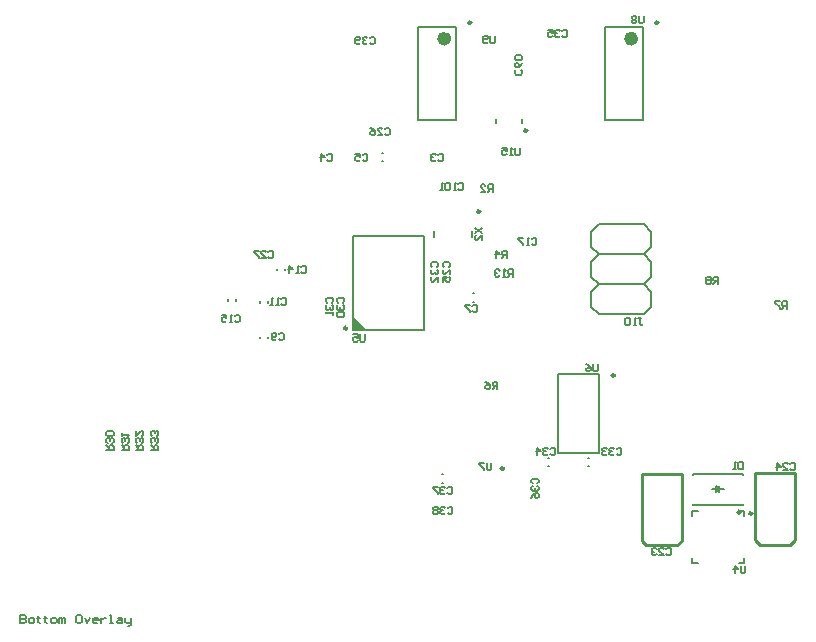
<source format=gbo>
%FSTAX25Y25*%
%MOIN*%
G70*
G01*
G75*
G04 Layer_Color=32896*
%ADD10O,0.07087X0.01181*%
%ADD11O,0.01181X0.07087*%
%ADD12O,0.07284X0.01378*%
%ADD13R,0.08071X0.02756*%
%ADD14R,0.01772X0.02165*%
%ADD15R,0.03150X0.03150*%
%ADD16R,0.01575X0.02559*%
%ADD17R,0.02992X0.06299*%
%ADD18R,0.07874X0.06299*%
%ADD19R,0.02047X0.02047*%
%ADD20R,0.02047X0.02047*%
%ADD21R,0.03543X0.02756*%
%ADD22R,0.02756X0.03543*%
%ADD23R,0.02165X0.01772*%
%ADD24C,0.01000*%
%ADD25C,0.00500*%
%ADD26C,0.03000*%
%ADD27C,0.00700*%
%ADD28C,0.02000*%
%ADD29C,0.00669*%
%ADD30C,0.00591*%
%ADD31R,0.25197X0.25197*%
%ADD32C,0.06000*%
%ADD33P,0.12784X8X202.5*%
%ADD34P,0.12784X8X292.5*%
%ADD35C,0.05906*%
%ADD36R,0.05906X0.05906*%
%ADD37R,0.05906X0.05906*%
%ADD38P,0.06711X8X292.5*%
%ADD39O,0.05600X0.11200*%
%ADD40C,0.12600*%
%ADD41C,0.01969*%
%ADD42C,0.01600*%
%ADD43C,0.05000*%
%ADD44C,0.01595*%
%ADD45C,0.02800*%
%ADD46C,0.04000*%
%ADD47R,0.70200X0.25400*%
%ADD48C,0.07550*%
%ADD49O,0.08724X0.11087*%
%ADD50O,0.11087X0.08724*%
%ADD51C,0.07543*%
G04:AMPARAMS|DCode=52|XSize=95.433mil|YSize=95.433mil|CornerRadius=0mil|HoleSize=0mil|Usage=FLASHONLY|Rotation=0.000|XOffset=0mil|YOffset=0mil|HoleType=Round|Shape=Relief|Width=10mil|Gap=10mil|Entries=4|*
%AMTHD52*
7,0,0,0.09543,0.07543,0.01000,45*
%
%ADD52THD52*%
%ADD53C,0.07800*%
%ADD54C,0.07400*%
G04:AMPARAMS|DCode=55|XSize=95.5mil|YSize=95.5mil|CornerRadius=0mil|HoleSize=0mil|Usage=FLASHONLY|Rotation=0.000|XOffset=0mil|YOffset=0mil|HoleType=Round|Shape=Relief|Width=10mil|Gap=10mil|Entries=4|*
%AMTHD55*
7,0,0,0.09550,0.07550,0.01000,45*
%
%ADD55THD55*%
%ADD56C,0.16600*%
%ADD57C,0.06800*%
G04:AMPARAMS|DCode=58|XSize=70mil|YSize=70mil|CornerRadius=0mil|HoleSize=0mil|Usage=FLASHONLY|Rotation=0.000|XOffset=0mil|YOffset=0mil|HoleType=Round|Shape=Relief|Width=10mil|Gap=10mil|Entries=4|*
%AMTHD58*
7,0,0,0.07000,0.05000,0.01000,45*
%
%ADD58THD58*%
%ADD59C,0.05600*%
%AMTHOVALD60*
21,1,0.02362,0.10724,0,0,270.0*
1,1,0.10724,0.00000,0.01181*
1,1,0.10724,0.00000,-0.01181*
21,0,0.02362,0.08724,0,0,270.0*
1,0,0.08724,0.00000,0.01181*
1,0,0.08724,0.00000,-0.01181*
4,0,4,-0.00354,0.00828,-0.04145,0.04619,-0.03438,0.05326,0.00354,0.01535,-0.00354,0.00828,0.0*
4,0,4,-0.00354,-0.01535,0.03438,-0.05326,0.04145,-0.04619,0.00354,-0.00828,-0.00354,-0.01535,0.0*
4,0,4,-0.00354,0.01535,0.03438,0.05326,0.04145,0.04619,0.00354,0.00828,-0.00354,0.01535,0.0*
4,0,4,-0.00354,-0.00828,-0.04145,-0.04619,-0.03438,-0.05326,0.00354,-0.01535,-0.00354,-0.00828,0.0*
%
%ADD60THOVALD60*%

%AMTHOVALD61*
21,1,0.02362,0.10724,0,0,360.0*
1,1,0.10724,-0.01181,0.00000*
1,1,0.10724,0.01181,0.00000*
21,0,0.02362,0.08724,0,0,360.0*
1,0,0.08724,-0.01181,0.00000*
1,0,0.08724,0.01181,0.00000*
4,0,4,-0.00828,-0.00354,-0.04619,-0.04145,-0.05326,-0.03438,-0.01535,0.00354,-0.00828,-0.00354,0.0*
4,0,4,0.01535,-0.00354,0.05326,0.03438,0.04619,0.04145,0.00828,0.00354,0.01535,-0.00354,0.0*
4,0,4,-0.01535,-0.00354,-0.05326,0.03438,-0.04619,0.04145,-0.00828,0.00354,-0.01535,-0.00354,0.0*
4,0,4,0.00828,-0.00354,0.04619,-0.04145,0.05326,-0.03438,0.01535,0.00354,0.00828,-0.00354,0.0*
%
%ADD61THOVALD61*%

G04:AMPARAMS|DCode=62|XSize=98mil|YSize=98mil|CornerRadius=0mil|HoleSize=0mil|Usage=FLASHONLY|Rotation=0.000|XOffset=0mil|YOffset=0mil|HoleType=Round|Shape=Relief|Width=10mil|Gap=10mil|Entries=4|*
%AMTHD62*
7,0,0,0.09800,0.07800,0.01000,45*
%
%ADD62THD62*%
G04:AMPARAMS|DCode=63|XSize=94mil|YSize=94mil|CornerRadius=0mil|HoleSize=0mil|Usage=FLASHONLY|Rotation=0.000|XOffset=0mil|YOffset=0mil|HoleType=Round|Shape=Relief|Width=10mil|Gap=10mil|Entries=4|*
%AMTHD63*
7,0,0,0.09400,0.07400,0.01000,45*
%
%ADD63THD63*%
G04:AMPARAMS|DCode=64|XSize=88mil|YSize=88mil|CornerRadius=0mil|HoleSize=0mil|Usage=FLASHONLY|Rotation=0.000|XOffset=0mil|YOffset=0mil|HoleType=Round|Shape=Relief|Width=10mil|Gap=10mil|Entries=4|*
%AMTHD64*
7,0,0,0.08800,0.06800,0.01000,45*
%
%ADD64THD64*%
G04:AMPARAMS|DCode=65|XSize=76mil|YSize=76mil|CornerRadius=0mil|HoleSize=0mil|Usage=FLASHONLY|Rotation=0.000|XOffset=0mil|YOffset=0mil|HoleType=Round|Shape=Relief|Width=10mil|Gap=10mil|Entries=4|*
%AMTHD65*
7,0,0,0.07600,0.05600,0.01000,45*
%
%ADD65THD65*%
%ADD66R,0.06102X0.01378*%
%ADD67O,0.01378X0.04724*%
%ADD68R,0.07480X0.12205*%
%ADD69R,0.07480X0.03150*%
%ADD70R,0.06299X0.02559*%
%ADD71R,0.01969X0.01181*%
%ADD72R,0.08661X0.11811*%
%ADD73C,0.01181*%
%ADD74R,0.03543X0.04724*%
%ADD75R,0.06693X0.06614*%
%ADD76R,0.08661X0.07874*%
%ADD77C,0.05000*%
%ADD78C,0.01500*%
%ADD79C,0.01300*%
%ADD80C,0.00984*%
%ADD81C,0.02362*%
%ADD82C,0.02165*%
%ADD83C,0.00787*%
%ADD84C,0.00600*%
%ADD85C,0.01200*%
%ADD86R,0.03937X0.02953*%
%ADD87O,0.07487X0.01581*%
%ADD88O,0.01581X0.07487*%
%ADD89O,0.07684X0.01778*%
%ADD90R,0.08471X0.03156*%
%ADD91R,0.02172X0.02565*%
%ADD92R,0.03550X0.03550*%
%ADD93R,0.01975X0.02959*%
%ADD94R,0.03392X0.06699*%
%ADD95R,0.08274X0.06699*%
%ADD96R,0.02447X0.02447*%
%ADD97R,0.02447X0.02447*%
%ADD98R,0.03943X0.03156*%
%ADD99R,0.03156X0.03943*%
%ADD100R,0.02565X0.02172*%
%ADD101O,0.07287X0.01381*%
%ADD102O,0.01381X0.07287*%
%ADD103O,0.07484X0.01578*%
%ADD104R,0.08271X0.02956*%
%ADD105R,0.01972X0.02365*%
%ADD106R,0.03350X0.03350*%
%ADD107R,0.01775X0.02759*%
%ADD108R,0.03192X0.06499*%
%ADD109R,0.08074X0.06499*%
%ADD110R,0.02247X0.02247*%
%ADD111R,0.02247X0.02247*%
%ADD112R,0.03743X0.02956*%
%ADD113R,0.02956X0.03743*%
%ADD114R,0.02365X0.01972*%
%ADD115C,0.06200*%
%ADD116P,0.13001X8X202.5*%
%ADD117P,0.13001X8X292.5*%
%ADD118C,0.06106*%
%ADD119R,0.06106X0.06106*%
%ADD120R,0.06106X0.06106*%
%ADD121P,0.06927X8X292.5*%
%ADD122O,0.05800X0.11400*%
%ADD123C,0.12800*%
%ADD124C,0.02169*%
%ADD125C,0.01800*%
%ADD126C,0.05200*%
%ADD127C,0.03000*%
%ADD128R,0.06654X0.01929*%
%ADD129O,0.01578X0.04924*%
%ADD130R,0.07680X0.12405*%
%ADD131R,0.07680X0.03350*%
%ADD132R,0.06499X0.02759*%
%ADD133R,0.02369X0.01581*%
%ADD134R,0.09061X0.12211*%
%ADD135C,0.01381*%
%ADD136R,0.03743X0.04924*%
%ADD137R,0.06893X0.06814*%
%ADD138R,0.08861X0.08074*%
%ADD139R,0.03347X0.04921*%
%ADD140R,0.01969X0.01181*%
%ADD141R,0.06502X0.01778*%
%ADD142O,0.01778X0.05124*%
%ADD143R,0.07880X0.12605*%
%ADD144R,0.07880X0.03550*%
%ADD145R,0.06699X0.02959*%
%ADD146C,0.01581*%
%ADD147R,0.03943X0.05124*%
%ADD148R,0.07093X0.07014*%
%ADD149R,0.09061X0.08274*%
G36*
X0214773Y0189652D02*
X0210836D01*
Y0193589D01*
X0214773Y0189652D01*
D02*
G37*
D24*
X0320493Y0119464D02*
Y0141708D01*
X0307107Y0119464D02*
Y0141708D01*
X0320493D01*
X0308682Y0117889D02*
X0318918D01*
X0307107Y0119464D02*
X0308682Y0117889D01*
X0318918D02*
X0320493Y0119464D01*
X0358293Y0119664D02*
Y0141908D01*
X0344907Y0119664D02*
Y0141908D01*
X0358293D01*
X0346482Y0118089D02*
X0356718D01*
X0344907Y0119664D02*
X0346482Y0118089D01*
X0356718D02*
X0358293Y0119664D01*
D25*
X03331Y01356D02*
Y01376D01*
X03321D02*
X03331Y01366D01*
X03321Y01356D02*
Y01376D01*
Y01356D02*
X03331Y01366D01*
X03326Y01361D02*
X03331Y01366D01*
X03326Y01361D02*
Y01371D01*
X03331Y01366D01*
X03306D02*
X03346D01*
X0307776Y0294328D02*
Y0292329D01*
X0307376Y0291929D01*
X0306576D01*
X0306176Y0292329D01*
Y0294328D01*
X0305376Y0293929D02*
X0304977Y0294328D01*
X0304177D01*
X0303777Y0293929D01*
Y0293529D01*
X0304177Y0293129D01*
X0303777Y0292729D01*
Y0292329D01*
X0304177Y0291929D01*
X0304977D01*
X0305376Y0292329D01*
Y0292729D01*
X0304977Y0293129D01*
X0305376Y0293529D01*
Y0293929D01*
X0304977Y0293129D02*
X0304177D01*
X0266535Y0250431D02*
Y0248431D01*
X0266136Y0248031D01*
X0265336D01*
X0264936Y0248431D01*
Y0250431D01*
X0264136Y0248031D02*
X0263336D01*
X0263736D01*
Y0250431D01*
X0264136Y0250031D01*
X0260537Y0250431D02*
X0262137D01*
Y0249231D01*
X0261337Y0249631D01*
X0260937D01*
X0260537Y0249231D01*
Y0248431D01*
X0260937Y0248031D01*
X0261737D01*
X0262137Y0248431D01*
X029252Y0178384D02*
Y0176384D01*
X029212Y0175984D01*
X029132D01*
X029092Y0176384D01*
Y0178384D01*
X0288521D02*
X0289321Y0177984D01*
X0290121Y0177184D01*
Y0176384D01*
X0289721Y0175984D01*
X0288921D01*
X0288521Y0176384D01*
Y0176784D01*
X0288921Y0177184D01*
X0290121D01*
X0257087Y0145313D02*
Y0143313D01*
X0256687Y0142913D01*
X0255887D01*
X0255487Y0143313D01*
Y0145313D01*
X0254687D02*
X0253088D01*
Y0144913D01*
X0254687Y0143313D01*
Y0142913D01*
X0341732Y0111061D02*
Y0109061D01*
X0341332Y0108661D01*
X0340533D01*
X0340133Y0109061D01*
Y0111061D01*
X0338133Y0108661D02*
Y0111061D01*
X0339333Y0109861D01*
X0337734D01*
X0214961Y0188226D02*
Y0186227D01*
X0214561Y0185827D01*
X0213761D01*
X0213361Y0186227D01*
Y0188226D01*
X0210962D02*
X0212561D01*
Y0187026D01*
X0211762Y0187426D01*
X0211362D01*
X0210962Y0187026D01*
Y0186227D01*
X0211362Y0185827D01*
X0212161D01*
X0212561Y0186227D01*
X0251538Y0223622D02*
X0253937Y0222023D01*
X0251538D02*
X0253937Y0223622D01*
Y0219623D02*
Y0221223D01*
X0252338Y0219623D01*
X0251938D01*
X0251538Y0220023D01*
Y0220823D01*
X0251938Y0221223D01*
X0340945Y0145706D02*
Y0143307D01*
X0339745D01*
X0339345Y0143707D01*
Y0145306D01*
X0339745Y0145706D01*
X0340945D01*
X0338546Y0143307D02*
X0337746D01*
X0338146D01*
Y0145706D01*
X0338546Y0145306D01*
X0242394Y0137069D02*
X0242794Y0137469D01*
X0243594D01*
X0243994Y0137069D01*
Y0135469D01*
X0243594Y0135069D01*
X0242794D01*
X0242394Y0135469D01*
X0241595Y0137069D02*
X0241195Y0137469D01*
X0240395D01*
X0239995Y0137069D01*
Y0136669D01*
X0240395Y0136269D01*
X0240795D01*
X0240395D01*
X0239995Y0135869D01*
Y0135469D01*
X0240395Y0135069D01*
X0241195D01*
X0241595Y0135469D01*
X0239195Y0137469D02*
X0237596D01*
Y0137069D01*
X0239195Y0135469D01*
Y0135069D01*
X026696Y0276403D02*
X026736Y0276003D01*
Y0275203D01*
X026696Y0274803D01*
X026536D01*
X0264961Y0275203D01*
Y0276003D01*
X026536Y0276403D01*
X026736Y0278802D02*
X026696Y0278002D01*
X026616Y0277202D01*
X026536D01*
X0264961Y0277602D01*
Y0278402D01*
X026536Y0278802D01*
X026576D01*
X026616Y0278402D01*
Y0277202D01*
X026696Y0279602D02*
X026736Y0280001D01*
Y0280801D01*
X026696Y0281201D01*
X026536D01*
X0264961Y0280801D01*
Y0280001D01*
X026536Y0279602D01*
X026696D01*
X0242495Y0130346D02*
X0242895Y0130746D01*
X0243695D01*
X0244094Y0130346D01*
Y0128746D01*
X0243695Y0128347D01*
X0242895D01*
X0242495Y0128746D01*
X0241695Y0130346D02*
X0241295Y0130746D01*
X0240496D01*
X0240096Y0130346D01*
Y0129946D01*
X0240496Y0129546D01*
X0240896D01*
X0240496D01*
X0240096Y0129146D01*
Y0128746D01*
X0240496Y0128347D01*
X0241295D01*
X0241695Y0128746D01*
X0239296Y0130346D02*
X0238896Y0130746D01*
X0238096D01*
X0237697Y0130346D01*
Y0129946D01*
X0238096Y0129546D01*
X0237697Y0129146D01*
Y0128746D01*
X0238096Y0128347D01*
X0238896D01*
X0239296Y0128746D01*
Y0129146D01*
X0238896Y0129546D01*
X0239296Y0129946D01*
Y0130346D01*
X0238896Y0129546D02*
X0238096D01*
X031533Y0116566D02*
X0315729Y0116966D01*
X0316529D01*
X0316929Y0116566D01*
Y0114967D01*
X0316529Y0114567D01*
X0315729D01*
X031533Y0114967D01*
X031293Y0114567D02*
X031453D01*
X031293Y0116166D01*
Y0116566D01*
X031333Y0116966D01*
X031413D01*
X031453Y0116566D01*
X0312131D02*
X0311731Y0116966D01*
X0310931D01*
X0310531Y0116566D01*
Y0116166D01*
X0310931Y0115767D01*
X0311331D01*
X0310931D01*
X0310531Y0115367D01*
Y0114967D01*
X0310931Y0114567D01*
X0311731D01*
X0312131Y0114967D01*
X0306078Y0193738D02*
X0306877D01*
X0306478D01*
Y0191738D01*
X0306877Y0191339D01*
X0307277D01*
X0307677Y0191738D01*
X0305278Y0191339D02*
X0304478D01*
X0304878D01*
Y0193738D01*
X0305278Y0193338D01*
X0303279D02*
X0302879Y0193738D01*
X0302079D01*
X0301679Y0193338D01*
Y0191738D01*
X0302079Y0191339D01*
X0302879D01*
X0303279Y0191738D01*
Y0193338D01*
X0258268Y0287832D02*
Y0285833D01*
X0257868Y0285433D01*
X0257068D01*
X0256668Y0285833D01*
Y0287832D01*
X0255869Y0285833D02*
X0255469Y0285433D01*
X0254669D01*
X0254269Y0285833D01*
Y0287432D01*
X0254669Y0287832D01*
X0255469D01*
X0255869Y0287432D01*
Y0287033D01*
X0255469Y0286633D01*
X0254269D01*
X0216511Y0287039D02*
X0216911Y0287439D01*
X021771D01*
X021811Y0287039D01*
Y0285439D01*
X021771Y0285039D01*
X0216911D01*
X0216511Y0285439D01*
X0215711Y0287039D02*
X0215311Y0287439D01*
X0214511D01*
X0214111Y0287039D01*
Y0286639D01*
X0214511Y0286239D01*
X0214911D01*
X0214511D01*
X0214111Y0285839D01*
Y0285439D01*
X0214511Y0285039D01*
X0215311D01*
X0215711Y0285439D01*
X0213312D02*
X0212912Y0285039D01*
X0212112D01*
X0211712Y0285439D01*
Y0287039D01*
X0212112Y0287439D01*
X0212912D01*
X0213312Y0287039D01*
Y0286639D01*
X0212912Y0286239D01*
X0211712D01*
X0280684Y0289401D02*
X0281084Y0289801D01*
X0281884D01*
X0282283Y0289401D01*
Y0287801D01*
X0281884Y0287402D01*
X0281084D01*
X0280684Y0287801D01*
X0279884Y0289401D02*
X0279484Y0289801D01*
X0278685D01*
X0278285Y0289401D01*
Y0289001D01*
X0278685Y0288601D01*
X0279084D01*
X0278685D01*
X0278285Y0288201D01*
Y0287801D01*
X0278685Y0287402D01*
X0279484D01*
X0279884Y0287801D01*
X0275886Y0289801D02*
X0277485D01*
Y0288601D01*
X0276685Y0289001D01*
X0276285D01*
X0275886Y0288601D01*
Y0287801D01*
X0276285Y0287402D01*
X0277085D01*
X0277485Y0287801D01*
X0143701Y0149606D02*
X01461D01*
Y0150806D01*
X01457Y0151206D01*
X01449D01*
X0144501Y0150806D01*
Y0149606D01*
Y0150406D02*
X0143701Y0151206D01*
X01457Y0152006D02*
X01461Y0152405D01*
Y0153205D01*
X01457Y0153605D01*
X01453D01*
X01449Y0153205D01*
Y0152805D01*
Y0153205D01*
X0144501Y0153605D01*
X0144101D01*
X0143701Y0153205D01*
Y0152405D01*
X0144101Y0152006D01*
X01457Y0154405D02*
X01461Y0154805D01*
Y0155604D01*
X01457Y0156004D01*
X01453D01*
X01449Y0155604D01*
Y0155204D01*
Y0155604D01*
X0144501Y0156004D01*
X0144101D01*
X0143701Y0155604D01*
Y0154805D01*
X0144101Y0154405D01*
X0138583Y0149606D02*
X0140982D01*
Y0150806D01*
X0140582Y0151206D01*
X0139782D01*
X0139382Y0150806D01*
Y0149606D01*
Y0150406D02*
X0138583Y0151206D01*
X0140582Y0152006D02*
X0140982Y0152405D01*
Y0153205D01*
X0140582Y0153605D01*
X0140182D01*
X0139782Y0153205D01*
Y0152805D01*
Y0153205D01*
X0139382Y0153605D01*
X0138982D01*
X0138583Y0153205D01*
Y0152405D01*
X0138982Y0152006D01*
X0138583Y0156004D02*
Y0154405D01*
X0140182Y0156004D01*
X0140582D01*
X0140982Y0155604D01*
Y0154805D01*
X0140582Y0154405D01*
X0133858Y0149606D02*
X0136258D01*
Y0150806D01*
X0135858Y0151206D01*
X0135058D01*
X0134658Y0150806D01*
Y0149606D01*
Y0150406D02*
X0133858Y0151206D01*
X0135858Y0152006D02*
X0136258Y0152405D01*
Y0153205D01*
X0135858Y0153605D01*
X0135458D01*
X0135058Y0153205D01*
Y0152805D01*
Y0153205D01*
X0134658Y0153605D01*
X0134258D01*
X0133858Y0153205D01*
Y0152405D01*
X0134258Y0152006D01*
X0133858Y0154405D02*
Y0155204D01*
Y0154805D01*
X0136258D01*
X0135858Y0154405D01*
X012874Y0149606D02*
X0131139D01*
Y0150806D01*
X0130739Y0151206D01*
X012994D01*
X012954Y0150806D01*
Y0149606D01*
Y0150406D02*
X012874Y0151206D01*
X0130739Y0152006D02*
X0131139Y0152405D01*
Y0153205D01*
X0130739Y0153605D01*
X013034D01*
X012994Y0153205D01*
Y0152805D01*
Y0153205D01*
X012954Y0153605D01*
X012914D01*
X012874Y0153205D01*
Y0152405D01*
X012914Y0152006D01*
X0130739Y0154405D02*
X0131139Y0154805D01*
Y0155604D01*
X0130739Y0156004D01*
X012914D01*
X012874Y0155604D01*
Y0154805D01*
X012914Y0154405D01*
X0130739D01*
X0276747Y0150031D02*
X0277147Y0150431D01*
X0277947D01*
X0278346Y0150031D01*
Y0148431D01*
X0277947Y0148031D01*
X0277147D01*
X0276747Y0148431D01*
X0275947Y0150031D02*
X0275547Y0150431D01*
X0274748D01*
X0274348Y0150031D01*
Y0149631D01*
X0274748Y0149231D01*
X0275148D01*
X0274748D01*
X0274348Y0148831D01*
Y0148431D01*
X0274748Y0148031D01*
X0275547D01*
X0275947Y0148431D01*
X0272348Y0148031D02*
Y0150431D01*
X0273548Y0149231D01*
X0271949D01*
X0298794Y0150031D02*
X0299194Y0150431D01*
X0299994D01*
X0300394Y0150031D01*
Y0148431D01*
X0299994Y0148031D01*
X0299194D01*
X0298794Y0148431D01*
X0297994Y0150031D02*
X0297595Y0150431D01*
X0296795D01*
X0296395Y0150031D01*
Y0149631D01*
X0296795Y0149231D01*
X0297195D01*
X0296795D01*
X0296395Y0148831D01*
Y0148431D01*
X0296795Y0148031D01*
X0297595D01*
X0297994Y0148431D01*
X0295595Y0150031D02*
X0295195Y0150431D01*
X0294396D01*
X0293996Y0150031D01*
Y0149631D01*
X0294396Y0149231D01*
X0294795D01*
X0294396D01*
X0293996Y0148831D01*
Y0148431D01*
X0294396Y0148031D01*
X0295195D01*
X0295595Y0148431D01*
X0237371Y0210605D02*
X0236971Y0211005D01*
Y0211805D01*
X0237371Y0212205D01*
X023897D01*
X023937Y0211805D01*
Y0211005D01*
X023897Y0210605D01*
X0237371Y0209805D02*
X0236971Y0209406D01*
Y0208606D01*
X0237371Y0208206D01*
X0237771D01*
X0238171Y0208606D01*
Y0209006D01*
Y0208606D01*
X023857Y0208206D01*
X023897D01*
X023937Y0208606D01*
Y0209406D01*
X023897Y0209805D01*
X023937Y0205807D02*
Y0207406D01*
X0237771Y0205807D01*
X0237371D01*
X0236971Y0206207D01*
Y0207006D01*
X0237371Y0207406D01*
X0202331Y0198794D02*
X0201932Y0199194D01*
Y0199994D01*
X0202331Y0200394D01*
X0203931D01*
X0204331Y0199994D01*
Y0199194D01*
X0203931Y0198794D01*
X0202331Y0197994D02*
X0201932Y0197595D01*
Y0196795D01*
X0202331Y0196395D01*
X0202731D01*
X0203131Y0196795D01*
Y0197195D01*
Y0196795D01*
X0203531Y0196395D01*
X0203931D01*
X0204331Y0196795D01*
Y0197595D01*
X0203931Y0197994D01*
X0204331Y0195595D02*
Y0194796D01*
Y0195195D01*
X0201932D01*
X0202331Y0195595D01*
X0205875Y0198794D02*
X0205475Y0199194D01*
Y0199994D01*
X0205875Y0200394D01*
X0207474D01*
X0207874Y0199994D01*
Y0199194D01*
X0207474Y0198794D01*
X0205875Y0197994D02*
X0205475Y0197595D01*
Y0196795D01*
X0205875Y0196395D01*
X0206275D01*
X0206674Y0196795D01*
Y0197195D01*
Y0196795D01*
X0207074Y0196395D01*
X0207474D01*
X0207874Y0196795D01*
Y0197595D01*
X0207474Y0197994D01*
X0205875Y0195595D02*
X0205475Y0195195D01*
Y0194396D01*
X0205875Y0193996D01*
X0207474D01*
X0207874Y0194396D01*
Y0195195D01*
X0207474Y0195595D01*
X0205875D01*
X0241308Y0210605D02*
X0240908Y0211005D01*
Y0211805D01*
X0241308Y0212205D01*
X0242907D01*
X0243307Y0211805D01*
Y0211005D01*
X0242907Y0210605D01*
X0243307Y0208206D02*
Y0209805D01*
X0241708Y0208206D01*
X0241308D01*
X0240908Y0208606D01*
Y0209406D01*
X0241308Y0209805D01*
X0240908Y0205807D02*
Y0207406D01*
X0242108D01*
X0241708Y0206607D01*
Y0206207D01*
X0242108Y0205807D01*
X0242907D01*
X0243307Y0206207D01*
Y0207006D01*
X0242907Y0207406D01*
X0332677Y0205118D02*
Y0207517D01*
X0331478D01*
X0331078Y0207118D01*
Y0206318D01*
X0331478Y0205918D01*
X0332677D01*
X0331877D02*
X0331078Y0205118D01*
X0330278Y0207118D02*
X0329878Y0207517D01*
X0329078D01*
X0328678Y0207118D01*
Y0206718D01*
X0329078Y0206318D01*
X0328678Y0205918D01*
Y0205518D01*
X0329078Y0205118D01*
X0329878D01*
X0330278Y0205518D01*
Y0205918D01*
X0329878Y0206318D01*
X0330278Y0206718D01*
Y0207118D01*
X0329878Y0206318D02*
X0329078D01*
X0355512Y019685D02*
Y019925D01*
X0354312D01*
X0353912Y019885D01*
Y019805D01*
X0354312Y019765D01*
X0355512D01*
X0354712D02*
X0353912Y019685D01*
X0353113Y019925D02*
X0351513D01*
Y019885D01*
X0353113Y019725D01*
Y019685D01*
X0356668Y0144913D02*
X0357068Y0145313D01*
X0357868D01*
X0358268Y0144913D01*
Y0143313D01*
X0357868Y0142913D01*
X0357068D01*
X0356668Y0143313D01*
X0354269Y0142913D02*
X0355869D01*
X0354269Y0144513D01*
Y0144913D01*
X0354669Y0145313D01*
X0355469D01*
X0355869Y0144913D01*
X035227Y0142913D02*
Y0145313D01*
X0353469Y0144113D01*
X035187D01*
X02591Y01701D02*
Y0172499D01*
X02579D01*
X0257501Y0172099D01*
Y01713D01*
X02579Y01709D01*
X02591D01*
X02583D02*
X0257501Y01701D01*
X0255101Y0172499D02*
X0255901Y0172099D01*
X0256701Y01713D01*
Y01705D01*
X0256301Y01701D01*
X0255501D01*
X0255101Y01705D01*
Y01709D01*
X0255501Y01713D01*
X0256701D01*
X0262205Y0213779D02*
Y0216179D01*
X0261005D01*
X0260605Y0215779D01*
Y0214979D01*
X0261005Y0214579D01*
X0262205D01*
X0261405D02*
X0260605Y0213779D01*
X0258606D02*
Y0216179D01*
X0259805Y0214979D01*
X0258206D01*
X025748Y0235827D02*
Y0238226D01*
X0256281D01*
X0255881Y0237826D01*
Y0237026D01*
X0256281Y0236627D01*
X025748D01*
X0256681D02*
X0255881Y0235827D01*
X0253482D02*
X0255081D01*
X0253482Y0237426D01*
Y0237826D01*
X0253882Y0238226D01*
X0254681D01*
X0255081Y0237826D01*
X0182652Y0215779D02*
X0183052Y0216179D01*
X0183852D01*
X0184252Y0215779D01*
Y0214179D01*
X0183852Y0213779D01*
X0183052D01*
X0182652Y0214179D01*
X0180253Y0213779D02*
X0181853D01*
X0180253Y0215379D01*
Y0215779D01*
X0180653Y0216179D01*
X0181453D01*
X0181853Y0215779D01*
X0179454Y0216179D02*
X0177854D01*
Y0215779D01*
X0179454Y0214179D01*
Y0213779D01*
X022153Y0256724D02*
X022193Y0257124D01*
X022273D01*
X022313Y0256724D01*
Y0255124D01*
X022273Y0254724D01*
X022193D01*
X022153Y0255124D01*
X0219131Y0254724D02*
X0220731D01*
X0219131Y0256324D01*
Y0256724D01*
X0219531Y0257124D01*
X0220331D01*
X0220731Y0256724D01*
X0216732Y0257124D02*
X0217532Y0256724D01*
X0218332Y0255924D01*
Y0255124D01*
X0217932Y0254724D01*
X0217132D01*
X0216732Y0255124D01*
Y0255524D01*
X0217132Y0255924D01*
X0218332D01*
X0270448Y022011D02*
X0270848Y022051D01*
X0271647D01*
X0272047Y022011D01*
Y021851D01*
X0271647Y021811D01*
X0270848D01*
X0270448Y021851D01*
X0269648Y021811D02*
X0268848D01*
X0269248D01*
Y022051D01*
X0269648Y022011D01*
X0267649Y022051D02*
X0266049D01*
Y022011D01*
X0267649Y021851D01*
Y021811D01*
X017153Y0194322D02*
X017193Y0194722D01*
X017273D01*
X017313Y0194322D01*
Y0192723D01*
X017273Y0192323D01*
X017193D01*
X017153Y0192723D01*
X0170731Y0192323D02*
X0169931D01*
X0170331D01*
Y0194722D01*
X0170731Y0194322D01*
X0167132Y0194722D02*
X0168731D01*
Y0193522D01*
X0167932Y0193922D01*
X0167532D01*
X0167132Y0193522D01*
Y0192723D01*
X0167532Y0192323D01*
X0168332D01*
X0168731Y0192723D01*
X0193676Y0210661D02*
X0194076Y0211061D01*
X0194876D01*
X0195276Y0210661D01*
Y0209061D01*
X0194876Y0208661D01*
X0194076D01*
X0193676Y0209061D01*
X0192876Y0208661D02*
X0192077D01*
X0192476D01*
Y0211061D01*
X0192876Y0210661D01*
X0189677Y0208661D02*
Y0211061D01*
X0190877Y0209861D01*
X0189278D01*
X0186983Y0200031D02*
X0187383Y0200431D01*
X0188183D01*
X0188583Y0200031D01*
Y0198431D01*
X0188183Y0198031D01*
X0187383D01*
X0186983Y0198431D01*
X0186184Y0198031D02*
X0185384D01*
X0185784D01*
Y0200431D01*
X0186184Y0200031D01*
X0184184Y0198031D02*
X0183384D01*
X0183784D01*
Y0200431D01*
X0184184Y0200031D01*
X0186196Y018822D02*
X0186596Y018862D01*
X0187395D01*
X0187795Y018822D01*
Y018662D01*
X0187395Y0186221D01*
X0186596D01*
X0186196Y018662D01*
X0185396D02*
X0184996Y0186221D01*
X0184196D01*
X0183797Y018662D01*
Y018822D01*
X0184196Y018862D01*
X0184996D01*
X0185396Y018822D01*
Y018782D01*
X0184996Y018742D01*
X0183797D01*
X0250763Y0197669D02*
X0251163Y0198068D01*
X0251962D01*
X0252362Y0197669D01*
Y0196069D01*
X0251962Y0195669D01*
X0251163D01*
X0250763Y0196069D01*
X0249963Y0198068D02*
X0248363D01*
Y0197669D01*
X0249963Y0196069D01*
Y0195669D01*
X0214148Y0248062D02*
X0214548Y0248462D01*
X0215348D01*
X0215748Y0248062D01*
Y0246463D01*
X0215348Y0246063D01*
X0214548D01*
X0214148Y0246463D01*
X0211749Y0248462D02*
X0213349D01*
Y0247263D01*
X0212549Y0247662D01*
X0212149D01*
X0211749Y0247263D01*
Y0246463D01*
X0212149Y0246063D01*
X0212949D01*
X0213349Y0246463D01*
X0202338Y0248062D02*
X0202737Y0248462D01*
X0203537D01*
X0203937Y0248062D01*
Y0246463D01*
X0203537Y0246063D01*
X0202737D01*
X0202338Y0246463D01*
X0200338Y0246063D02*
Y0248462D01*
X0201538Y0247263D01*
X0199938D01*
X0239345Y0248062D02*
X0239745Y0248462D01*
X0240545D01*
X0240945Y0248062D01*
Y0246463D01*
X0240545Y0246063D01*
X0239745D01*
X0239345Y0246463D01*
X0238546Y0248062D02*
X0238146Y0248462D01*
X0237346D01*
X0236946Y0248062D01*
Y0247662D01*
X0237346Y0247263D01*
X0237746D01*
X0237346D01*
X0236946Y0246863D01*
Y0246463D01*
X0237346Y0246063D01*
X0238146D01*
X0238546Y0246463D01*
X0246038Y023822D02*
X0246438Y023862D01*
X0247238D01*
X0247638Y023822D01*
Y023662D01*
X0247238Y0236221D01*
X0246438D01*
X0246038Y023662D01*
X0245239Y0236221D02*
X0244439D01*
X0244839D01*
Y023862D01*
X0245239Y023822D01*
X0243239D02*
X0242839Y023862D01*
X024204D01*
X024164Y023822D01*
Y023662D01*
X024204Y0236221D01*
X0242839D01*
X0243239Y023662D01*
Y023822D01*
X024084Y0236221D02*
X024004D01*
X024044D01*
Y023862D01*
X024084Y023822D01*
X0264173Y020748D02*
Y0209879D01*
X0262974D01*
X0262574Y020948D01*
Y020868D01*
X0262974Y020828D01*
X0264173D01*
X0263373D02*
X0262574Y020748D01*
X0261774D02*
X0260974D01*
X0261374D01*
Y0209879D01*
X0261774Y020948D01*
X0259775D02*
X0259375Y0209879D01*
X0258575D01*
X0258175Y020948D01*
Y020908D01*
X0258575Y020868D01*
X0258975D01*
X0258575D01*
X0258175Y020828D01*
Y020788D01*
X0258575Y020748D01*
X0259375D01*
X0259775Y020788D01*
X0270835Y0138558D02*
X0270435Y0138958D01*
Y0139758D01*
X0270835Y0140157D01*
X0272435D01*
X0272835Y0139758D01*
Y0138958D01*
X0272435Y0138558D01*
X0270835Y0137758D02*
X0270435Y0137358D01*
Y0136559D01*
X0270835Y0136159D01*
X0271235D01*
X0271635Y0136559D01*
Y0136959D01*
Y0136559D01*
X0272035Y0136159D01*
X0272435D01*
X0272835Y0136559D01*
Y0137358D01*
X0272435Y0137758D01*
X0270435Y013376D02*
X0270835Y0134559D01*
X0271635Y0135359D01*
X0272435D01*
X0272835Y0134959D01*
Y0134159D01*
X0272435Y013376D01*
X0272035D01*
X0271635Y0134159D01*
Y0135359D01*
X01Y0094768D02*
Y0091969D01*
X01014D01*
X0101866Y0092435D01*
Y0092901D01*
X01014Y0093368D01*
X01D01*
X01014D01*
X0101866Y0093835D01*
Y0094301D01*
X01014Y0094768D01*
X01D01*
X0103266Y0091969D02*
X0104199D01*
X0104665Y0092435D01*
Y0093368D01*
X0104199Y0093835D01*
X0103266D01*
X0102799Y0093368D01*
Y0092435D01*
X0103266Y0091969D01*
X0106065Y0094301D02*
Y0093835D01*
X0105598D01*
X0106531D01*
X0106065D01*
Y0092435D01*
X0106531Y0091969D01*
X0108397Y0094301D02*
Y0093835D01*
X0107931D01*
X0108864D01*
X0108397D01*
Y0092435D01*
X0108864Y0091969D01*
X011073D02*
X0111663D01*
X0112129Y0092435D01*
Y0093368D01*
X0111663Y0093835D01*
X011073D01*
X0110263Y0093368D01*
Y0092435D01*
X011073Y0091969D01*
X0113062D02*
Y0093835D01*
X0113529D01*
X0113996Y0093368D01*
Y0091969D01*
Y0093368D01*
X0114462Y0093835D01*
X0114928Y0093368D01*
Y0091969D01*
X012006Y0094768D02*
X0119127D01*
X0118661Y0094301D01*
Y0092435D01*
X0119127Y0091969D01*
X012006D01*
X0120527Y0092435D01*
Y0094301D01*
X012006Y0094768D01*
X012146Y0093835D02*
X0122393Y0091969D01*
X0123326Y0093835D01*
X0125658Y0091969D02*
X0124725D01*
X0124259Y0092435D01*
Y0093368D01*
X0124725Y0093835D01*
X0125658D01*
X0126125Y0093368D01*
Y0092901D01*
X0124259D01*
X0127058Y0093835D02*
Y0091969D01*
Y0092901D01*
X0127524Y0093368D01*
X0127991Y0093835D01*
X0128457D01*
X0129857Y0091969D02*
X013079D01*
X0130324D01*
Y0094768D01*
X0129857D01*
X0132656Y0093835D02*
X0133589D01*
X0134056Y0093368D01*
Y0091969D01*
X0132656D01*
X013219Y0092435D01*
X0132656Y0092901D01*
X0134056D01*
X0134989Y0093835D02*
Y0092435D01*
X0135455Y0091969D01*
X0136855D01*
Y0091502D01*
X0136388Y0091035D01*
X0135922D01*
X0136855Y0091969D02*
Y0093835D01*
D80*
X0312697Y0292126D02*
G03*
X0312697Y0292126I-0000492J0D01*
G01*
X0268996Y0256201D02*
G03*
X0268996Y0256201I-0000492J0D01*
G01*
X0298206Y0174595D02*
G03*
X0298206Y0174595I-0000492J0D01*
G01*
X0261213Y0143485D02*
G03*
X0261213Y0143485I-0000492J0D01*
G01*
X0344019Y0128574D02*
G03*
X0344019Y0128574I-0000492J0D01*
G01*
X0208966Y0190243D02*
G03*
X0208966Y0190243I-0000492J0D01*
G01*
X0253292Y0229192D02*
G03*
X0253292Y0229192I-0000492J0D01*
G01*
X0340139Y012899D02*
G03*
X0340139Y012899I-0000492J0D01*
G01*
X0250394Y0292126D02*
G03*
X0250394Y0292126I-0000492J0D01*
G01*
D81*
X0304823Y0286811D02*
G03*
X0304823Y0286811I-0001181J0D01*
G01*
X024252D02*
G03*
X024252Y0286811I-0001181J0D01*
G01*
D83*
X029498Y0259646D02*
X0307579D01*
X029498Y0290748D02*
X0307579D01*
X029498Y0259646D02*
Y0290748D01*
X0307579Y0259646D02*
Y0290748D01*
X025876Y0258563D02*
Y0260138D01*
X0267421Y0258563D02*
Y0260138D01*
X0279407Y0148611D02*
X0292793D01*
X0279407Y0174989D02*
X0292793D01*
X0279407Y0148611D02*
Y0174989D01*
X0292793Y0148611D02*
Y0174989D01*
X0324039Y0112039D02*
Y011381D01*
X0341361Y0112039D02*
Y011381D01*
X033959Y0112039D02*
X0341361D01*
Y012759D02*
Y0129361D01*
X0324039Y012759D02*
Y0129361D01*
X033959D02*
X0341361D01*
X0324039Y0112039D02*
X032581D01*
X0324039Y0129361D02*
X032581D01*
X0210836Y0221148D02*
X0234458D01*
X0210836Y0189652D02*
X0234458D01*
Y0221148D01*
X0210836Y0189652D02*
Y0221148D01*
Y0193589D02*
X0214773Y0189652D01*
X0238001Y0220716D02*
Y0222684D01*
X0250599Y0220716D02*
Y0222684D01*
X0324242Y0141482D02*
X0324244Y0141846D01*
X0340956D02*
X0340958Y0141482D01*
X0340956Y0131354D02*
X0340958Y0131718D01*
X0324242D02*
X0324244Y0131354D01*
X0340956D01*
X0324244Y0141846D02*
X0340956D01*
X0240603Y0141578D02*
X0240997D01*
X0240603Y0138822D02*
X0240997D01*
X0232677Y0259646D02*
X0245276D01*
X0232677Y0290748D02*
X0245276D01*
X0232677Y0259646D02*
Y0290748D01*
X0245276Y0259646D02*
Y0290748D01*
X0275903Y0146978D02*
X0276297D01*
X0275903Y0144222D02*
X0276297D01*
X0289303Y0146978D02*
X0289697D01*
X0289303Y0144222D02*
X0289697D01*
X0172078Y0199503D02*
Y0199897D01*
X0169322Y0199503D02*
Y0199897D01*
X0185622Y0209603D02*
Y0209997D01*
X0188378Y0209603D02*
Y0209997D01*
X0182578Y0198803D02*
Y0199197D01*
X0179822Y0198803D02*
Y0199197D01*
X0182578Y0187003D02*
Y0187397D01*
X0179822Y0187003D02*
Y0187397D01*
X0250803Y0199122D02*
X0251197D01*
X0250803Y0201878D02*
X0251197D01*
X0220503Y0246022D02*
X0220897D01*
X0220503Y0248778D02*
X0220897D01*
D84*
X0290394Y0222441D02*
X0292894Y0224941D01*
X0290394Y0217441D02*
X0292894Y0214941D01*
X0290394Y0212441D02*
X0292894Y0214941D01*
X0290394Y0207441D02*
X0292894Y0204941D01*
Y0224941D02*
X0307894D01*
X0310394Y0222441D01*
Y0217441D02*
Y0222441D01*
X0307894Y0214941D02*
X0310394Y0217441D01*
X0307894Y0214941D02*
X0310394Y0212441D01*
Y0207441D02*
Y0212441D01*
X0307894Y0204941D02*
X0310394Y0207441D01*
X0292894Y0214941D02*
X0307894D01*
X0292894Y0204941D02*
X0307894D01*
X0290394Y0207441D02*
Y0212441D01*
Y0217441D02*
Y0222441D01*
Y0202441D02*
X0292894Y0204941D01*
X0290394Y0197441D02*
X0292894Y0194941D01*
X0307894Y0204941D02*
X0310394Y0202441D01*
Y0197441D02*
Y0202441D01*
X0307894Y0194941D02*
X0310394Y0197441D01*
X0292894Y0194941D02*
X0307894D01*
X0290394Y0197441D02*
Y0202441D01*
M02*

</source>
